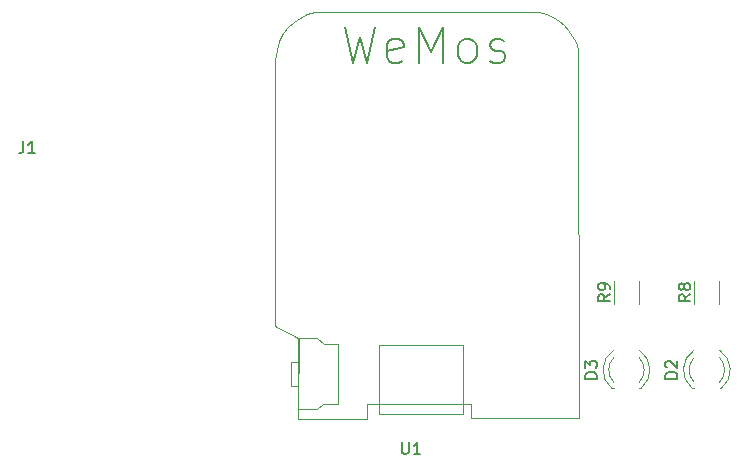
<source format=gbr>
G04 #@! TF.FileFunction,Legend,Top*
%FSLAX46Y46*%
G04 Gerber Fmt 4.6, Leading zero omitted, Abs format (unit mm)*
G04 Created by KiCad (PCBNEW 4.0.7-e2-6376~61~ubuntu18.04.1) date Mon Dec  9 13:49:04 2019*
%MOMM*%
%LPD*%
G01*
G04 APERTURE LIST*
%ADD10C,0.100000*%
%ADD11C,0.120000*%
%ADD12C,0.150000*%
G04 APERTURE END LIST*
D10*
D11*
X107379392Y-72190865D02*
G75*
G03X107222484Y-75423200I1078608J-1672335D01*
G01*
X109536608Y-72190865D02*
G75*
G02X109693516Y-75423200I-1078608J-1672335D01*
G01*
X107378163Y-72822070D02*
G75*
G03X107378000Y-74904161I1079837J-1041130D01*
G01*
X109537837Y-72822070D02*
G75*
G02X109538000Y-74904161I-1079837J-1041130D01*
G01*
X107222000Y-75423200D02*
X107378000Y-75423200D01*
X109538000Y-75423200D02*
X109694000Y-75423200D01*
X100572192Y-72190865D02*
G75*
G03X100415284Y-75423200I1078608J-1672335D01*
G01*
X102729408Y-72190865D02*
G75*
G02X102886316Y-75423200I-1078608J-1672335D01*
G01*
X100570963Y-72822070D02*
G75*
G03X100570800Y-74904161I1079837J-1041130D01*
G01*
X102730637Y-72822070D02*
G75*
G02X102730800Y-74904161I-1079837J-1041130D01*
G01*
X100414800Y-75423200D02*
X100570800Y-75423200D01*
X102730800Y-75423200D02*
X102886800Y-75423200D01*
D10*
X73853428Y-77999228D02*
X79664720Y-77999228D01*
X79664720Y-77999228D02*
X79691051Y-76715795D01*
X79691051Y-76715795D02*
X88522273Y-76722483D01*
X88522273Y-76722483D02*
X88520297Y-77924736D01*
X88520297Y-77924736D02*
X97601093Y-77898658D01*
X97601093Y-77898658D02*
X97587095Y-46728507D01*
X97587095Y-46728507D02*
X97354284Y-46125714D01*
X97354284Y-46125714D02*
X97070801Y-45580833D01*
X97070801Y-45580833D02*
X96736153Y-45094423D01*
X96736153Y-45094423D02*
X96349853Y-44667048D01*
X96349853Y-44667048D02*
X95911412Y-44299259D01*
X95911412Y-44299259D02*
X95420340Y-43991623D01*
X95420340Y-43991623D02*
X94876150Y-43744690D01*
X94876150Y-43744690D02*
X94278353Y-43559024D01*
X94278353Y-43559024D02*
X75240440Y-43530266D01*
X75240440Y-43530266D02*
X74621076Y-43764259D01*
X74621076Y-43764259D02*
X74032882Y-44048742D01*
X74032882Y-44048742D02*
X73489455Y-44398257D01*
X73489455Y-44398257D02*
X73004397Y-44827342D01*
X73004397Y-44827342D02*
X72591305Y-45350540D01*
X72591305Y-45350540D02*
X72263778Y-45982387D01*
X72263778Y-45982387D02*
X72035418Y-46737425D01*
X72035418Y-46737425D02*
X71919822Y-47630193D01*
X71919822Y-47630193D02*
X71894874Y-70185285D01*
X71894874Y-70185285D02*
X73838420Y-71146181D01*
X73838420Y-71146181D02*
X73868214Y-77954524D01*
X87850550Y-71773451D02*
X80710969Y-71773451D01*
X80710969Y-71773451D02*
X80710969Y-77587188D01*
X80710969Y-77587188D02*
X87850550Y-77587188D01*
X87850550Y-77587188D02*
X87850550Y-71773451D01*
X73927300Y-71124349D02*
X75479522Y-71124349D01*
X75479522Y-71124349D02*
X76008689Y-71653515D01*
X76008689Y-71653515D02*
X77261050Y-71653515D01*
X77261050Y-71653515D02*
X77261050Y-76715876D01*
X77261050Y-76715876D02*
X75973411Y-76715876D01*
X75973411Y-76715876D02*
X75444244Y-77209765D01*
X75444244Y-77209765D02*
X73874383Y-77209765D01*
X73874383Y-77209765D02*
X73927300Y-71124349D01*
X73892022Y-73205738D02*
X73239383Y-73205738D01*
X73239383Y-73205738D02*
X73239383Y-75198932D01*
X73239383Y-75198932D02*
X73856744Y-75198932D01*
D11*
X109528000Y-66310000D02*
X109528000Y-68310000D01*
X107388000Y-68310000D02*
X107388000Y-66310000D01*
X102720800Y-66310000D02*
X102720800Y-68310000D01*
X100580800Y-68310000D02*
X100580800Y-66310000D01*
D12*
X105950381Y-74601295D02*
X104950381Y-74601295D01*
X104950381Y-74363200D01*
X104998000Y-74220342D01*
X105093238Y-74125104D01*
X105188476Y-74077485D01*
X105378952Y-74029866D01*
X105521810Y-74029866D01*
X105712286Y-74077485D01*
X105807524Y-74125104D01*
X105902762Y-74220342D01*
X105950381Y-74363200D01*
X105950381Y-74601295D01*
X105045619Y-73648914D02*
X104998000Y-73601295D01*
X104950381Y-73506057D01*
X104950381Y-73267961D01*
X104998000Y-73172723D01*
X105045619Y-73125104D01*
X105140857Y-73077485D01*
X105236095Y-73077485D01*
X105378952Y-73125104D01*
X105950381Y-73696533D01*
X105950381Y-73077485D01*
X99143181Y-74601295D02*
X98143181Y-74601295D01*
X98143181Y-74363200D01*
X98190800Y-74220342D01*
X98286038Y-74125104D01*
X98381276Y-74077485D01*
X98571752Y-74029866D01*
X98714610Y-74029866D01*
X98905086Y-74077485D01*
X99000324Y-74125104D01*
X99095562Y-74220342D01*
X99143181Y-74363200D01*
X99143181Y-74601295D01*
X98143181Y-73696533D02*
X98143181Y-73077485D01*
X98524133Y-73410819D01*
X98524133Y-73267961D01*
X98571752Y-73172723D01*
X98619371Y-73125104D01*
X98714610Y-73077485D01*
X98952705Y-73077485D01*
X99047943Y-73125104D01*
X99095562Y-73172723D01*
X99143181Y-73267961D01*
X99143181Y-73553676D01*
X99095562Y-73648914D01*
X99047943Y-73696533D01*
X50568267Y-54519581D02*
X50568267Y-55233867D01*
X50520647Y-55376724D01*
X50425409Y-55471962D01*
X50282552Y-55519581D01*
X50187314Y-55519581D01*
X51568267Y-55519581D02*
X50996838Y-55519581D01*
X51282552Y-55519581D02*
X51282552Y-54519581D01*
X51187314Y-54662438D01*
X51092076Y-54757676D01*
X50996838Y-54805295D01*
X82638995Y-79984381D02*
X82638995Y-80793905D01*
X82686614Y-80889143D01*
X82734233Y-80936762D01*
X82829471Y-80984381D01*
X83019948Y-80984381D01*
X83115186Y-80936762D01*
X83162805Y-80889143D01*
X83210424Y-80793905D01*
X83210424Y-79984381D01*
X84210424Y-80984381D02*
X83638995Y-80984381D01*
X83924709Y-80984381D02*
X83924709Y-79984381D01*
X83829471Y-80127238D01*
X83734233Y-80222476D01*
X83638995Y-80270095D01*
X77813757Y-44839143D02*
X78528043Y-47839143D01*
X79099472Y-45696286D01*
X79670900Y-47839143D01*
X80385186Y-44839143D01*
X82670900Y-47696286D02*
X82385186Y-47839143D01*
X81813757Y-47839143D01*
X81528043Y-47696286D01*
X81385186Y-47410571D01*
X81385186Y-46267714D01*
X81528043Y-45982000D01*
X81813757Y-45839143D01*
X82385186Y-45839143D01*
X82670900Y-45982000D01*
X82813757Y-46267714D01*
X82813757Y-46553429D01*
X81385186Y-46839143D01*
X84099472Y-47839143D02*
X84099472Y-44839143D01*
X85099472Y-46982000D01*
X86099472Y-44839143D01*
X86099472Y-47839143D01*
X87956614Y-47839143D02*
X87670900Y-47696286D01*
X87528043Y-47553429D01*
X87385186Y-47267714D01*
X87385186Y-46410571D01*
X87528043Y-46124857D01*
X87670900Y-45982000D01*
X87956614Y-45839143D01*
X88385186Y-45839143D01*
X88670900Y-45982000D01*
X88813757Y-46124857D01*
X88956614Y-46410571D01*
X88956614Y-47267714D01*
X88813757Y-47553429D01*
X88670900Y-47696286D01*
X88385186Y-47839143D01*
X87956614Y-47839143D01*
X90099472Y-47696286D02*
X90385186Y-47839143D01*
X90956614Y-47839143D01*
X91242329Y-47696286D01*
X91385186Y-47410571D01*
X91385186Y-47267714D01*
X91242329Y-46982000D01*
X90956614Y-46839143D01*
X90528043Y-46839143D01*
X90242329Y-46696286D01*
X90099472Y-46410571D01*
X90099472Y-46267714D01*
X90242329Y-45982000D01*
X90528043Y-45839143D01*
X90956614Y-45839143D01*
X91242329Y-45982000D01*
X107060381Y-67476666D02*
X106584190Y-67810000D01*
X107060381Y-68048095D02*
X106060381Y-68048095D01*
X106060381Y-67667142D01*
X106108000Y-67571904D01*
X106155619Y-67524285D01*
X106250857Y-67476666D01*
X106393714Y-67476666D01*
X106488952Y-67524285D01*
X106536571Y-67571904D01*
X106584190Y-67667142D01*
X106584190Y-68048095D01*
X106488952Y-66905238D02*
X106441333Y-67000476D01*
X106393714Y-67048095D01*
X106298476Y-67095714D01*
X106250857Y-67095714D01*
X106155619Y-67048095D01*
X106108000Y-67000476D01*
X106060381Y-66905238D01*
X106060381Y-66714761D01*
X106108000Y-66619523D01*
X106155619Y-66571904D01*
X106250857Y-66524285D01*
X106298476Y-66524285D01*
X106393714Y-66571904D01*
X106441333Y-66619523D01*
X106488952Y-66714761D01*
X106488952Y-66905238D01*
X106536571Y-67000476D01*
X106584190Y-67048095D01*
X106679429Y-67095714D01*
X106869905Y-67095714D01*
X106965143Y-67048095D01*
X107012762Y-67000476D01*
X107060381Y-66905238D01*
X107060381Y-66714761D01*
X107012762Y-66619523D01*
X106965143Y-66571904D01*
X106869905Y-66524285D01*
X106679429Y-66524285D01*
X106584190Y-66571904D01*
X106536571Y-66619523D01*
X106488952Y-66714761D01*
X100253181Y-67476666D02*
X99776990Y-67810000D01*
X100253181Y-68048095D02*
X99253181Y-68048095D01*
X99253181Y-67667142D01*
X99300800Y-67571904D01*
X99348419Y-67524285D01*
X99443657Y-67476666D01*
X99586514Y-67476666D01*
X99681752Y-67524285D01*
X99729371Y-67571904D01*
X99776990Y-67667142D01*
X99776990Y-68048095D01*
X100253181Y-67000476D02*
X100253181Y-66810000D01*
X100205562Y-66714761D01*
X100157943Y-66667142D01*
X100015086Y-66571904D01*
X99824610Y-66524285D01*
X99443657Y-66524285D01*
X99348419Y-66571904D01*
X99300800Y-66619523D01*
X99253181Y-66714761D01*
X99253181Y-66905238D01*
X99300800Y-67000476D01*
X99348419Y-67048095D01*
X99443657Y-67095714D01*
X99681752Y-67095714D01*
X99776990Y-67048095D01*
X99824610Y-67000476D01*
X99872229Y-66905238D01*
X99872229Y-66714761D01*
X99824610Y-66619523D01*
X99776990Y-66571904D01*
X99681752Y-66524285D01*
M02*

</source>
